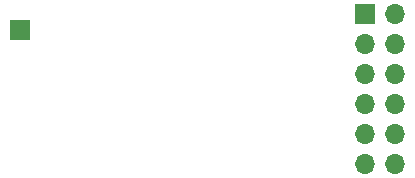
<source format=gbr>
%TF.GenerationSoftware,KiCad,Pcbnew,7.0.1*%
%TF.CreationDate,2023-04-28T09:42:27+02:00*%
%TF.ProjectId,RFM69HW_ANT,52464d36-3948-4575-9f41-4e542e6b6963,rev?*%
%TF.SameCoordinates,Original*%
%TF.FileFunction,Soldermask,Bot*%
%TF.FilePolarity,Negative*%
%FSLAX46Y46*%
G04 Gerber Fmt 4.6, Leading zero omitted, Abs format (unit mm)*
G04 Created by KiCad (PCBNEW 7.0.1) date 2023-04-28 09:42:27*
%MOMM*%
%LPD*%
G01*
G04 APERTURE LIST*
%ADD10R,1.700000X1.700000*%
%ADD11O,1.700000X1.700000*%
G04 APERTURE END LIST*
D10*
%TO.C,J1*%
X149860000Y-43180000D03*
D11*
X152400000Y-43180000D03*
X149860000Y-45720000D03*
X152400000Y-45720000D03*
X149860000Y-48260000D03*
X152400000Y-48260000D03*
X149860000Y-50800000D03*
X152400000Y-50800000D03*
X149860000Y-53340000D03*
X152400000Y-53340000D03*
X149860000Y-55880000D03*
X152400000Y-55880000D03*
%TD*%
D10*
%TO.C,J2*%
X120650000Y-44530000D03*
%TD*%
M02*

</source>
